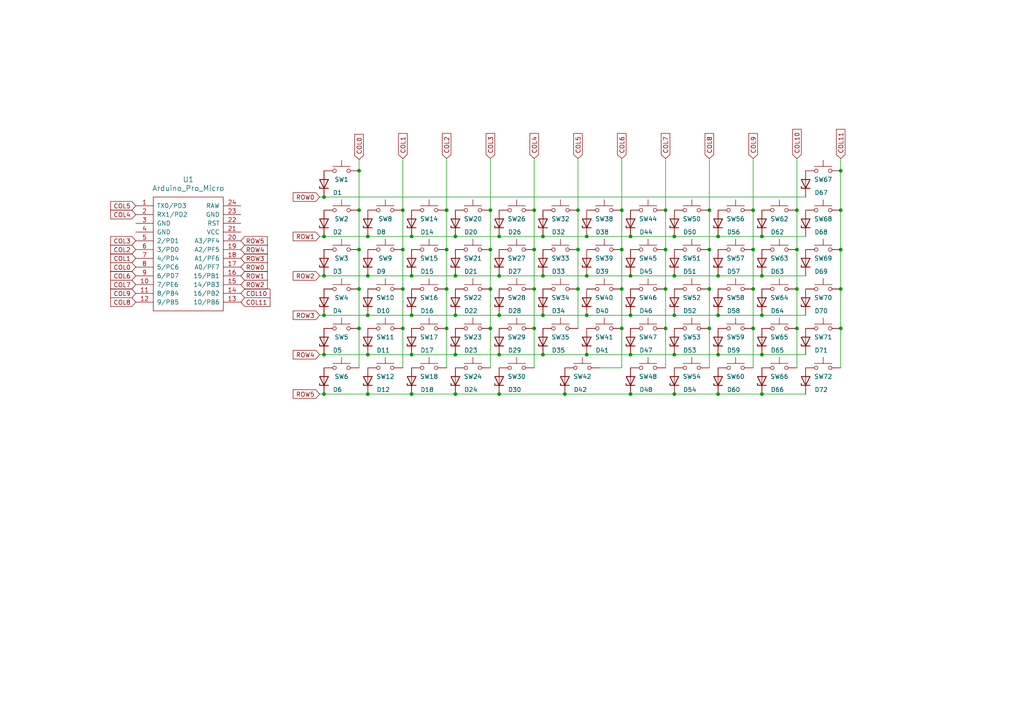
<source format=kicad_sch>
(kicad_sch (version 20231120) (generator "eeschema") (generator_version "8.0")
  (paper "A4")
  (lib_symbols
    (symbol "Diode:1N47xxA" (pin_numbers hide) (pin_names (offset 1.016) hide)
      (property "Reference" "D" (at 0 2.54 0))
      (property "Value" "1N47xxA" (at 0 -2.54 0))
      (symbol "1N47xxA_0_1"
        (polyline (pts (xy 1.27 0) (xy -1.27 0)))
        (polyline (pts (xy -1.27 -1.27) (xy -1.27 1.27) (xy -0.762 1.27)) (stroke (width 0.254)))
        (polyline (pts (xy 1.27 -1.27) (xy 1.27 1.27) (xy -1.27 0) (xy 1.27 -1.27)) (stroke (width 0.254)))
      )
      (symbol "1N47xxA_1_1"
        (pin passive line (at -3.81 0 0) (length 2.54) (name "K") (number "1"))
        (pin passive line (at 3.81 0 180) (length 2.54) (name "A") (number "2"))
      )
    )
    (symbol "ScottoKeebs:MCU_Arduino_Pro_Micro" (pin_names (offset 1.016))
      (property "Reference" "U" (at 0 0 0))
      (property "Value" "Arduino_Pro_Micro" (at 0 -19.05 0))
      (symbol "MCU_Arduino_Pro_Micro_0_1"
        (rectangle (start -10.16 16.51) (end 10.16 -16.51))
      )
      (symbol "MCU_Arduino_Pro_Micro_1_1"
        (pin input line (at -15.24 13.97 0) (length 5.08) (name "TX0/PD3") (number "1"))
        (pin input line (at -15.24 -8.89 0) (length 5.08) (name "7/PE6") (number "10"))
        (pin input line (at -15.24 -11.43 0) (length 5.08) (name "8/PB4") (number "11"))
        (pin input line (at -15.24 -13.97 0) (length 5.08) (name "9/PB5") (number "12"))
        (pin input line (at 15.24 -13.97 180) (length 5.08) (name "10/PB6") (number "13"))
        (pin input line (at 15.24 -11.43 180) (length 5.08) (name "16/PB2") (number "14"))
        (pin input line (at 15.24 -8.89 180) (length 5.08) (name "14/PB3") (number "15"))
        (pin input line (at 15.24 -6.35 180) (length 5.08) (name "15/PB1") (number "16"))
        (pin input line (at 15.24 -3.81 180) (length 5.08) (name "A0/PF7") (number "17"))
        (pin input line (at 15.24 -1.27 180) (length 5.08) (name "A1/PF6") (number "18"))
        (pin input line (at 15.24 1.27 180) (length 5.08) (name "A2/PF5") (number "19"))
        (pin input line (at -15.24 11.43 0) (length 5.08) (name "RX1/PD2") (number "2"))
        (pin input line (at 15.24 3.81 180) (length 5.08) (name "A3/PF4") (number "20"))
        (pin input line (at 15.24 6.35 180) (length 5.08) (name "VCC") (number "21"))
        (pin input line (at 15.24 8.89 180) (length 5.08) (name "RST") (number "22"))
        (pin input line (at 15.24 11.43 180) (length 5.08) (name "GND") (number "23"))
        (pin input line (at 15.24 13.97 180) (length 5.08) (name "RAW") (number "24"))
        (pin input line (at -15.24 8.89 0) (length 5.08) (name "GND") (number "3"))
        (pin input line (at -15.24 6.35 0) (length 5.08) (name "GND") (number "4"))
        (pin input line (at -15.24 3.81 0) (length 5.08) (name "2/PD1") (number "5"))
        (pin input line (at -15.24 1.27 0) (length 5.08) (name "3/PD0") (number "6"))
        (pin input line (at -15.24 -1.27 0) (length 5.08) (name "4/PD4") (number "7"))
        (pin input line (at -15.24 -3.81 0) (length 5.08) (name "5/PC6") (number "8"))
        (pin input line (at -15.24 -6.35 0) (length 5.08) (name "6/PD7") (number "9"))
      )
    )
    (symbol "Switch:SW_Push" (pin_numbers hide) (pin_names (offset 1.016) hide)
      (property "Reference" "SW" (at 1.27 2.54 0))
      (property "Value" "SW_Push" (at 0 -1.524 0))
      (symbol "SW_Push_0_1"
        (circle (center -2.032 0) (radius 0.508))
        (polyline (pts (xy 0 1.27) (xy 0 3.048)))
        (polyline (pts (xy 2.54 1.27) (xy -2.54 1.27)))
        (circle (center 2.032 0) (radius 0.508))
        (pin passive line (at -5.08 0 0) (length 2.54) (name "1") (number "1"))
        (pin passive line (at 5.08 0 180) (length 2.54) (name "2") (number "2"))
      )
    )
  )
  (junction (at 243.84 95.25))
  (junction (at 93.98 114.3))
  (junction (at 154.94 60.96))
  (junction (at 142.24 72.39))
  (junction (at 180.34 83.82))
  (junction (at 104.14 49.53))
  (junction (at 231.14 72.39))
  (junction (at 129.54 60.96))
  (junction (at 106.68 114.3))
  (junction (at 119.38 68.58))
  (junction (at 205.74 83.82))
  (junction (at 119.38 114.3))
  (junction (at 218.44 60.96))
  (junction (at 170.18 68.58))
  (junction (at 116.84 72.39))
  (junction (at 193.04 83.82))
  (junction (at 132.08 102.87))
  (junction (at 132.08 68.58))
  (junction (at 182.88 114.3))
  (junction (at 205.74 95.25))
  (junction (at 154.94 72.39))
  (junction (at 231.14 60.96))
  (junction (at 157.48 91.44))
  (junction (at 180.34 95.25))
  (junction (at 182.88 80.01))
  (junction (at 104.14 95.25))
  (junction (at 205.74 72.39))
  (junction (at 231.14 95.25))
  (junction (at 167.64 60.96))
  (junction (at 231.14 83.82))
  (junction (at 144.78 114.3))
  (junction (at 116.84 83.82))
  (junction (at 132.08 80.01))
  (junction (at 106.68 68.58))
  (junction (at 167.64 83.82))
  (junction (at 208.28 80.01))
  (junction (at 129.54 83.82))
  (junction (at 144.78 102.87))
  (junction (at 119.38 80.01))
  (junction (at 163.83 114.3))
  (junction (at 243.84 49.53))
  (junction (at 208.28 114.3))
  (junction (at 208.28 91.44))
  (junction (at 182.88 68.58))
  (junction (at 180.34 60.96))
  (junction (at 193.04 60.96))
  (junction (at 154.94 83.82))
  (junction (at 243.84 83.82))
  (junction (at 220.98 91.44))
  (junction (at 157.48 102.87))
  (junction (at 93.98 57.15))
  (junction (at 167.64 72.39))
  (junction (at 129.54 95.25))
  (junction (at 144.78 68.58))
  (junction (at 193.04 72.39))
  (junction (at 116.84 95.25))
  (junction (at 119.38 91.44))
  (junction (at 195.58 80.01))
  (junction (at 170.18 102.87))
  (junction (at 144.78 80.01))
  (junction (at 154.94 95.25))
  (junction (at 193.04 95.25))
  (junction (at 182.88 102.87))
  (junction (at 93.98 102.87))
  (junction (at 106.68 102.87))
  (junction (at 170.18 91.44))
  (junction (at 93.98 80.01))
  (junction (at 104.14 83.82))
  (junction (at 195.58 68.58))
  (junction (at 116.84 60.96))
  (junction (at 195.58 102.87))
  (junction (at 220.98 114.3))
  (junction (at 157.48 80.01))
  (junction (at 170.18 80.01))
  (junction (at 208.28 102.87))
  (junction (at 220.98 68.58))
  (junction (at 180.34 72.39))
  (junction (at 119.38 102.87))
  (junction (at 142.24 60.96))
  (junction (at 182.88 91.44))
  (junction (at 220.98 102.87))
  (junction (at 195.58 114.3))
  (junction (at 218.44 95.25))
  (junction (at 132.08 91.44))
  (junction (at 205.74 60.96))
  (junction (at 218.44 83.82))
  (junction (at 106.68 91.44))
  (junction (at 243.84 60.96))
  (junction (at 144.78 91.44))
  (junction (at 208.28 68.58))
  (junction (at 218.44 72.39))
  (junction (at 93.98 68.58))
  (junction (at 93.98 91.44))
  (junction (at 132.08 114.3))
  (junction (at 243.84 72.39))
  (junction (at 195.58 91.44))
  (junction (at 104.14 72.39))
  (junction (at 142.24 95.25))
  (junction (at 104.14 60.96))
  (junction (at 142.24 83.82))
  (junction (at 220.98 80.01))
  (junction (at 106.68 80.01))
  (junction (at 129.54 72.39))
  (junction (at 157.48 68.58))
  (wire (pts (xy 182.88 68.58) (xy 195.58 68.58)))
  (wire (pts (xy 205.74 83.82) (xy 205.74 95.25)))
  (wire (pts (xy 195.58 114.3) (xy 208.28 114.3)))
  (wire (pts (xy 243.84 72.39) (xy 243.84 83.82)))
  (wire (pts (xy 193.04 45.974) (xy 193.04 60.96)))
  (wire (pts (xy 154.94 45.974) (xy 154.94 60.96)))
  (wire (pts (xy 157.48 102.87) (xy 170.18 102.87)))
  (wire (pts (xy 243.84 49.53) (xy 243.84 60.96)))
  (wire (pts (xy 231.14 83.82) (xy 231.14 95.25)))
  (wire (pts (xy 106.68 102.87) (xy 119.38 102.87)))
  (wire (pts (xy 116.84 45.974) (xy 116.84 60.96)))
  (wire (pts (xy 220.98 68.58) (xy 233.68 68.58)))
  (wire (pts (xy 132.08 80.01) (xy 144.78 80.01)))
  (wire (pts (xy 93.98 114.3) (xy 106.68 114.3)))
  (wire (pts (xy 208.28 68.58) (xy 220.98 68.58)))
  (wire (pts (xy 180.34 45.974) (xy 180.34 60.96)))
  (wire (pts (xy 231.14 60.96) (xy 231.14 72.39)))
  (wire (pts (xy 116.84 60.96) (xy 116.84 72.39)))
  (wire (pts (xy 119.38 102.87) (xy 132.08 102.87)))
  (wire (pts (xy 195.58 80.01) (xy 208.28 80.01)))
  (wire (pts (xy 195.58 102.87) (xy 208.28 102.87)))
  (wire (pts (xy 92.71 102.87) (xy 93.98 102.87)))
  (wire (pts (xy 180.34 106.68) (xy 180.34 95.25)))
  (wire (pts (xy 129.54 45.974) (xy 129.54 60.96)))
  (wire (pts (xy 205.74 45.974) (xy 205.74 60.96)))
  (wire (pts (xy 208.28 91.44) (xy 220.98 91.44)))
  (wire (pts (xy 231.14 72.39) (xy 231.14 83.82)))
  (wire (pts (xy 104.14 72.39) (xy 104.14 83.82)))
  (wire (pts (xy 180.34 60.96) (xy 180.34 72.39)))
  (wire (pts (xy 129.54 72.39) (xy 129.54 83.82)))
  (wire (pts (xy 170.18 102.87) (xy 182.88 102.87)))
  (wire (pts (xy 119.38 80.01) (xy 132.08 80.01)))
  (wire (pts (xy 208.28 114.3) (xy 220.98 114.3)))
  (wire (pts (xy 144.78 80.01) (xy 157.48 80.01)))
  (wire (pts (xy 93.98 102.87) (xy 106.68 102.87)))
  (wire (pts (xy 170.18 68.58) (xy 182.88 68.58)))
  (wire (pts (xy 119.38 68.58) (xy 132.08 68.58)))
  (wire (pts (xy 157.48 80.01) (xy 170.18 80.01)))
  (wire (pts (xy 231.14 95.25) (xy 231.14 106.68)))
  (wire (pts (xy 231.14 45.974) (xy 231.14 60.96)))
  (wire (pts (xy 180.34 72.39) (xy 180.34 83.82)))
  (wire (pts (xy 167.64 45.974) (xy 167.64 60.96)))
  (wire (pts (xy 154.94 72.39) (xy 154.94 83.82)))
  (wire (pts (xy 132.08 68.58) (xy 144.78 68.58)))
  (wire (pts (xy 243.84 83.82) (xy 243.84 95.25)))
  (wire (pts (xy 93.98 57.15) (xy 233.68 57.15)))
  (wire (pts (xy 104.14 60.96) (xy 104.14 72.39)))
  (wire (pts (xy 157.48 91.44) (xy 170.18 91.44)))
  (wire (pts (xy 170.18 91.44) (xy 182.88 91.44)))
  (wire (pts (xy 92.71 68.58) (xy 93.98 68.58)))
  (wire (pts (xy 142.24 72.39) (xy 142.24 83.82)))
  (wire (pts (xy 154.94 60.96) (xy 154.94 72.39)))
  (wire (pts (xy 119.38 91.44) (xy 132.08 91.44)))
  (wire (pts (xy 93.98 80.01) (xy 106.68 80.01)))
  (wire (pts (xy 173.99 106.68) (xy 180.34 106.68)))
  (wire (pts (xy 193.04 95.25) (xy 193.04 106.68)))
  (wire (pts (xy 195.58 91.44) (xy 208.28 91.44)))
  (wire (pts (xy 243.84 95.25) (xy 243.84 106.68)))
  (wire (pts (xy 93.98 91.44) (xy 106.68 91.44)))
  (wire (pts (xy 205.74 95.25) (xy 205.74 106.68)))
  (wire (pts (xy 154.94 95.25) (xy 154.94 106.68)))
  (wire (pts (xy 218.44 45.974) (xy 218.44 60.96)))
  (wire (pts (xy 144.78 68.58) (xy 157.48 68.58)))
  (wire (pts (xy 142.24 45.974) (xy 142.24 60.96)))
  (wire (pts (xy 205.74 72.39) (xy 205.74 83.82)))
  (wire (pts (xy 92.71 91.44) (xy 93.98 91.44)))
  (wire (pts (xy 218.44 72.39) (xy 218.44 83.82)))
  (wire (pts (xy 104.14 46.228) (xy 104.14 49.53)))
  (wire (pts (xy 218.44 60.96) (xy 218.44 72.39)))
  (wire (pts (xy 129.54 60.96) (xy 129.54 72.39)))
  (wire (pts (xy 104.14 95.25) (xy 104.14 106.68)))
  (wire (pts (xy 220.98 102.87) (xy 233.68 102.87)))
  (wire (pts (xy 182.88 80.01) (xy 195.58 80.01)))
  (wire (pts (xy 142.24 60.96) (xy 142.24 72.39)))
  (wire (pts (xy 167.64 83.82) (xy 167.64 95.25)))
  (wire (pts (xy 106.68 91.44) (xy 119.38 91.44)))
  (wire (pts (xy 144.78 114.3) (xy 163.83 114.3)))
  (wire (pts (xy 144.78 102.87) (xy 157.48 102.87)))
  (wire (pts (xy 163.83 114.3) (xy 182.88 114.3)))
  (wire (pts (xy 132.08 102.87) (xy 144.78 102.87)))
  (wire (pts (xy 154.94 83.82) (xy 154.94 95.25)))
  (wire (pts (xy 116.84 72.39) (xy 116.84 83.82)))
  (wire (pts (xy 167.64 60.96) (xy 167.64 72.39)))
  (wire (pts (xy 220.98 114.3) (xy 233.68 114.3)))
  (wire (pts (xy 104.14 49.53) (xy 104.14 60.96)))
  (wire (pts (xy 104.14 83.82) (xy 104.14 95.25)))
  (wire (pts (xy 142.24 83.82) (xy 142.24 95.25)))
  (wire (pts (xy 106.68 68.58) (xy 119.38 68.58)))
  (wire (pts (xy 92.71 80.01) (xy 93.98 80.01)))
  (wire (pts (xy 92.71 114.3) (xy 93.98 114.3)))
  (wire (pts (xy 106.68 114.3) (xy 119.38 114.3)))
  (wire (pts (xy 208.28 102.87) (xy 220.98 102.87)))
  (wire (pts (xy 218.44 95.25) (xy 218.44 106.68)))
  (wire (pts (xy 243.84 60.96) (xy 243.84 72.39)))
  (wire (pts (xy 129.54 83.82) (xy 129.54 95.25)))
  (wire (pts (xy 220.98 80.01) (xy 233.68 80.01)))
  (wire (pts (xy 93.98 68.58) (xy 106.68 68.58)))
  (wire (pts (xy 132.08 91.44) (xy 144.78 91.44)))
  (wire (pts (xy 180.34 83.82) (xy 180.34 95.25)))
  (wire (pts (xy 167.64 72.39) (xy 167.64 83.82)))
  (wire (pts (xy 193.04 72.39) (xy 193.04 83.82)))
  (wire (pts (xy 220.98 91.44) (xy 233.68 91.44)))
  (wire (pts (xy 119.38 114.3) (xy 132.08 114.3)))
  (wire (pts (xy 218.44 83.82) (xy 218.44 95.25)))
  (wire (pts (xy 92.71 57.15) (xy 93.98 57.15)))
  (wire (pts (xy 182.88 114.3) (xy 195.58 114.3)))
  (wire (pts (xy 182.88 102.87) (xy 195.58 102.87)))
  (wire (pts (xy 193.04 60.96) (xy 193.04 72.39)))
  (wire (pts (xy 144.78 91.44) (xy 157.48 91.44)))
  (wire (pts (xy 132.08 114.3) (xy 144.78 114.3)))
  (wire (pts (xy 157.48 68.58) (xy 170.18 68.58)))
  (wire (pts (xy 170.18 80.01) (xy 182.88 80.01)))
  (wire (pts (xy 193.04 83.82) (xy 193.04 95.25)))
  (wire (pts (xy 195.58 68.58) (xy 208.28 68.58)))
  (wire (pts (xy 116.84 95.25) (xy 116.84 106.68)))
  (wire (pts (xy 106.68 80.01) (xy 119.38 80.01)))
  (wire (pts (xy 129.54 95.25) (xy 129.54 106.68)))
  (wire (pts (xy 182.88 91.44) (xy 195.58 91.44)))
  (wire (pts (xy 243.84 45.974) (xy 243.84 49.53)))
  (wire (pts (xy 116.84 83.82) (xy 116.84 95.25)))
  (wire (pts (xy 205.74 60.96) (xy 205.74 72.39)))
  (wire (pts (xy 208.28 80.01) (xy 220.98 80.01)))
  (wire (pts (xy 142.24 95.25) (xy 142.24 106.68)))
  (global_label "ROW3" (shape input) (at 92.71 91.44 180) (property "Intersheetrefs" "${INTERSHEET_REFS}" (effects (hide yes))))
  (global_label "COL0" (shape input) (at 39.37 77.47 180) (property "Intersheetrefs" "${INTERSHEET_REFS}" (effects (hide yes))))
  (global_label "COL8" (shape input) (at 205.74 45.974 90) (property "Intersheetrefs" "${INTERSHEET_REFS}" (effects (hide yes))))
  (global_label "COL6" (shape input) (at 39.37 80.01 180) (property "Intersheetrefs" "${INTERSHEET_REFS}" (effects (hide yes))))
  (global_label "ROW4" (shape input) (at 69.85 72.39 0) (property "Intersheetrefs" "${INTERSHEET_REFS}" (effects (hide yes))))
  (global_label "COL2" (shape input) (at 39.37 72.39 180) (property "Intersheetrefs" "${INTERSHEET_REFS}" (effects (hide yes))))
  (global_label "COL8" (shape input) (at 39.37 87.63 180) (property "Intersheetrefs" "${INTERSHEET_REFS}" (effects (hide yes))))
  (global_label "COL9" (shape input) (at 218.44 45.974 90) (property "Intersheetrefs" "${INTERSHEET_REFS}" (effects (hide yes))))
  (global_label "COL11" (shape input) (at 69.85 87.63 0) (property "Intersheetrefs" "${INTERSHEET_REFS}" (effects (hide yes))))
  (global_label "ROW1" (shape input) (at 69.85 80.01 0) (property "Intersheetrefs" "${INTERSHEET_REFS}" (effects (hide yes))))
  (global_label "COL0" (shape input) (at 104.14 46.228 90) (property "Intersheetrefs" "${INTERSHEET_REFS}" (effects (hide yes))))
  (global_label "COL9" (shape input) (at 39.37 85.09 180) (property "Intersheetrefs" "${INTERSHEET_REFS}" (effects (hide yes))))
  (global_label "COL1" (shape input) (at 39.37 74.93 180) (property "Intersheetrefs" "${INTERSHEET_REFS}" (effects (hide yes))))
  (global_label "ROW4" (shape input) (at 92.71 102.87 180) (property "Intersheetrefs" "${INTERSHEET_REFS}" (effects (hide yes))))
  (global_label "ROW1" (shape input) (at 92.71 68.58 180) (property "Intersheetrefs" "${INTERSHEET_REFS}" (effects (hide yes))))
  (global_label "COL4" (shape input) (at 39.37 62.23 180) (property "Intersheetrefs" "${INTERSHEET_REFS}" (effects (hide yes))))
  (global_label "COL4" (shape input) (at 154.94 45.974 90) (property "Intersheetrefs" "${INTERSHEET_REFS}" (effects (hide yes))))
  (global_label "COL6" (shape input) (at 180.34 45.974 90) (property "Intersheetrefs" "${INTERSHEET_REFS}" (effects (hide yes))))
  (global_label "COL10" (shape input) (at 69.85 85.09 0) (property "Intersheetrefs" "${INTERSHEET_REFS}" (effects (hide yes))))
  (global_label "ROW5" (shape input) (at 69.85 69.85 0) (property "Intersheetrefs" "${INTERSHEET_REFS}" (effects (hide yes))))
  (global_label "ROW0" (shape input) (at 92.71 57.15 180) (property "Intersheetrefs" "${INTERSHEET_REFS}" (effects (hide yes))))
  (global_label "ROW2" (shape input) (at 92.71 80.01 180) (property "Intersheetrefs" "${INTERSHEET_REFS}" (effects (hide yes))))
  (global_label "ROW2" (shape input) (at 69.85 82.55 0) (property "Intersheetrefs" "${INTERSHEET_REFS}" (effects (hide yes))))
  (global_label "ROW0" (shape input) (at 69.85 77.47 0) (property "Intersheetrefs" "${INTERSHEET_REFS}" (effects (hide yes))))
  (global_label "COL3" (shape input) (at 39.37 69.85 180) (property "Intersheetrefs" "${INTERSHEET_REFS}" (effects (hide yes))))
  (global_label "COL1" (shape input) (at 116.84 45.974 90) (property "Intersheetrefs" "${INTERSHEET_REFS}" (effects (hide yes))))
  (global_label "COL11" (shape input) (at 243.84 45.974 90) (property "Intersheetrefs" "${INTERSHEET_REFS}" (effects (hide yes))))
  (global_label "COL5" (shape input) (at 39.37 59.69 180) (property "Intersheetrefs" "${INTERSHEET_REFS}" (effects (hide yes))))
  (global_label "COL7" (shape input) (at 193.04 45.974 90) (property "Intersheetrefs" "${INTERSHEET_REFS}" (effects (hide yes))))
  (global_label "COL5" (shape input) (at 167.64 45.974 90) (property "Intersheetrefs" "${INTERSHEET_REFS}" (effects (hide yes))))
  (global_label "ROW5" (shape input) (at 92.71 114.3 180) (property "Intersheetrefs" "${INTERSHEET_REFS}" (effects (hide yes))))
  (global_label "COL3" (shape input) (at 142.24 45.974 90) (property "Intersheetrefs" "${INTERSHEET_REFS}" (effects (hide yes))))
  (global_label "COL2" (shape input) (at 129.54 45.974 90) (property "Intersheetrefs" "${INTERSHEET_REFS}" (effects (hide yes))))
  (global_label "ROW3" (shape input) (at 69.85 74.93 0) (property "Intersheetrefs" "${INTERSHEET_REFS}" (effects (hide yes))))
  (global_label "COL10" (shape input) (at 231.14 45.974 90) (property "Intersheetrefs" "${INTERSHEET_REFS}" (effects (hide yes))))
  (global_label "COL7" (shape input) (at 39.37 82.55 180) (property "Intersheetrefs" "${INTERSHEET_REFS}" (effects (hide yes))))
  (symbol (lib_id "Diode:1N47xxA") (at 208.28 76.2 90) (unit 1)
    (property "Reference" "D57" (at 210.82 78.74 90) (effects (justify right)))
    (property "Value" "1N47xxA" (effects (hide yes)))
    (property "Footprint" "ScottoKeebs_Components:Diode_SOD-123" (effects (hide yes)))
    (property "Datasheet" "https://www.vishay.com/docs/85816/1n4728a.pdf" (effects (hide yes)))
  )
  (symbol (lib_id "Diode:1N47xxA") (at 208.28 110.49 90) (unit 1)
    (property "Reference" "D60" (at 210.82 113.03 90) (effects (justify right)))
    (property "Value" "1N47xxA" (effects (hide yes)))
    (property "Footprint" "ScottoKeebs_Components:Diode_SOD-123" (effects (hide yes)))
    (property "Datasheet" "https://www.vishay.com/docs/85816/1n4728a.pdf" (effects (hide yes)))
  )
  (symbol (lib_id "Diode:1N47xxA") (at 119.38 110.49 90) (unit 1)
    (property "Reference" "D18" (at 121.92 113.03 90) (effects (justify right)))
    (property "Value" "1N47xxA" (effects (hide yes)))
    (property "Footprint" "ScottoKeebs_Components:Diode_SOD-123" (effects (hide yes)))
    (property "Datasheet" "https://www.vishay.com/docs/85816/1n4728a.pdf" (effects (hide yes)))
  )
  (symbol (lib_id "Switch:SW_Push") (at 187.96 95.25 0) (unit 1)
    (property "Reference" "SW47" (at 187.96 97.79 0))
    (property "Value" "Push" (effects (hide yes)))
    (property "Footprint" "Gateron_KS33_Solderable:Gateron-KS33-Solderable-1U-Tight" (effects (hide yes)))
  )
  (symbol (lib_id "Switch:SW_Push") (at 149.86 83.82 0) (unit 1)
    (property "Reference" "SW28" (at 149.86 86.36 0))
    (property "Value" "Push" (effects (hide yes)))
    (property "Footprint" "Gateron_KS33_Solderable:Gateron-KS33-Solderable-1U-Tight" (effects (hide yes)))
  )
  (symbol (lib_id "Diode:1N47xxA") (at 132.08 87.63 90) (unit 1)
    (property "Reference" "D22" (at 134.62 90.17 90) (effects (justify right)))
    (property "Value" "1N47xxA" (effects (hide yes)))
    (property "Footprint" "ScottoKeebs_Components:Diode_SOD-123" (effects (hide yes)))
    (property "Datasheet" "https://www.vishay.com/docs/85816/1n4728a.pdf" (effects (hide yes)))
  )
  (symbol (lib_id "Switch:SW_Push") (at 111.76 72.39 0) (unit 1)
    (property "Reference" "SW9" (at 111.76 74.93 0))
    (property "Value" "Push" (effects (hide yes)))
    (property "Footprint" "Gateron_KS33_Solderable:Gateron-KS33-Solderable-1U-Tight" (effects (hide yes)))
  )
  (symbol (lib_id "Diode:1N47xxA") (at 106.68 99.06 90) (unit 1)
    (property "Reference" "D11" (at 109.22 101.6 90) (effects (justify right)))
    (property "Value" "1N47xxA" (effects (hide yes)))
    (property "Footprint" "ScottoKeebs_Components:Diode_SOD-123" (effects (hide yes)))
    (property "Datasheet" "https://www.vishay.com/docs/85816/1n4728a.pdf" (effects (hide yes)))
  )
  (symbol (lib_id "Switch:SW_Push") (at 238.76 106.68 0) (unit 1)
    (property "Reference" "SW72" (at 238.76 109.22 0))
    (property "Value" "Push" (effects (hide yes)))
    (property "Footprint" "Gateron_KS33_Solderable:Gateron-KS33-Solderable-1U-Tight" (effects (hide yes)))
  )
  (symbol (lib_id "Diode:1N47xxA") (at 144.78 76.2 90) (unit 1)
    (property "Reference" "D27" (at 147.32 78.74 90) (effects (justify right)))
    (property "Value" "1N47xxA" (effects (hide yes)))
    (property "Footprint" "ScottoKeebs_Components:Diode_SOD-123" (effects (hide yes)))
    (property "Datasheet" "https://www.vishay.com/docs/85816/1n4728a.pdf" (effects (hide yes)))
  )
  (symbol (lib_id "Switch:SW_Push") (at 111.76 95.25 0) (unit 1)
    (property "Reference" "SW11" (at 111.76 97.79 0))
    (property "Value" "Push" (effects (hide yes)))
    (property "Footprint" "Gateron_KS33_Solderable:Gateron-KS33-Solderable-1U-Tight" (effects (hide yes)))
  )
  (symbol (lib_id "Switch:SW_Push") (at 213.36 60.96 0) (unit 1)
    (property "Reference" "SW56" (at 213.36 63.5 0))
    (property "Value" "Push" (effects (hide yes)))
    (property "Footprint" "Gateron_KS33_Solderable:Gateron-KS33-Solderable-1U-Tight" (effects (hide yes)))
  )
  (symbol (lib_id "Switch:SW_Push") (at 99.06 95.25 0) (unit 1)
    (property "Reference" "SW5" (at 99.06 97.79 0))
    (property "Value" "Push" (effects (hide yes)))
    (property "Footprint" "Gateron_KS33_Solderable:Gateron-KS33-Solderable-1U-Tight" (effects (hide yes)))
  )
  (symbol (lib_id "Diode:1N47xxA") (at 233.68 110.49 90) (unit 1)
    (property "Reference" "D72" (at 236.22 113.03 90) (effects (justify right)))
    (property "Value" "1N47xxA" (effects (hide yes)))
    (property "Footprint" "ScottoKeebs_Components:Diode_SOD-123" (effects (hide yes)))
    (property "Datasheet" "https://www.vishay.com/docs/85816/1n4728a.pdf" (effects (hide yes)))
  )
  (symbol (lib_id "Switch:SW_Push") (at 187.96 60.96 0) (unit 1)
    (property "Reference" "SW44" (at 187.96 63.5 0))
    (property "Value" "Push" (effects (hide yes)))
    (property "Footprint" "Gateron_KS33_Solderable:Gateron-KS33-Solderable-1U-Tight" (effects (hide yes)))
  )
  (symbol (lib_id "Switch:SW_Push") (at 99.06 60.96 0) (unit 1)
    (property "Reference" "SW2" (at 99.06 63.5 0))
    (property "Value" "Push" (effects (hide yes)))
    (property "Footprint" "Gateron_KS33_Solderable:Gateron-KS33-Solderable-1U-Tight" (effects (hide yes)))
  )
  (symbol (lib_id "Diode:1N47xxA") (at 195.58 99.06 90) (unit 1)
    (property "Reference" "D53" (at 198.12 101.6 90) (effects (justify right)))
    (property "Value" "1N47xxA" (effects (hide yes)))
    (property "Footprint" "ScottoKeebs_Components:Diode_SOD-123" (effects (hide yes)))
    (property "Datasheet" "https://www.vishay.com/docs/85816/1n4728a.pdf" (effects (hide yes)))
  )
  (symbol (lib_id "Diode:1N47xxA") (at 170.18 64.77 90) (unit 1)
    (property "Reference" "D38" (at 172.72 67.31 90) (effects (justify right)))
    (property "Value" "1N47xxA" (effects (hide yes)))
    (property "Footprint" "ScottoKeebs_Components:Diode_SOD-123" (effects (hide yes)))
    (property "Datasheet" "https://www.vishay.com/docs/85816/1n4728a.pdf" (effects (hide yes)))
  )
  (symbol (lib_id "Switch:SW_Push") (at 226.06 72.39 0) (unit 1)
    (property "Reference" "SW63" (at 226.06 74.93 0))
    (property "Value" "Push" (effects (hide yes)))
    (property "Footprint" "Gateron_KS33_Solderable:Gateron-KS33-Solderable-1U-Tight" (effects (hide yes)))
  )
  (symbol (lib_id "Switch:SW_Push") (at 226.06 95.25 0) (unit 1)
    (property "Reference" "SW65" (at 226.06 97.79 0))
    (property "Value" "Push" (effects (hide yes)))
    (property "Footprint" "Gateron_KS33_Solderable:Gateron-KS33-Solderable-1U-Tight" (effects (hide yes)))
  )
  (symbol (lib_id "Switch:SW_Push") (at 111.76 83.82 0) (unit 1)
    (property "Reference" "SW10" (at 111.76 86.36 0))
    (property "Value" "Push" (effects (hide yes)))
    (property "Footprint" "Gateron_KS33_Solderable:Gateron-KS33-Solderable-1U-Tight" (effects (hide yes)))
  )
  (symbol (lib_id "Diode:1N47xxA") (at 233.68 64.77 90) (unit 1)
    (property "Reference" "D68" (at 236.22 67.31 90) (effects (justify right)))
    (property "Value" "1N47xxA" (effects (hide yes)))
    (property "Footprint" "ScottoKeebs_Components:Diode_SOD-123" (effects (hide yes)))
    (property "Datasheet" "https://www.vishay.com/docs/85816/1n4728a.pdf" (effects (hide yes)))
  )
  (symbol (lib_id "Switch:SW_Push") (at 137.16 60.96 0) (unit 1)
    (property "Reference" "SW20" (at 137.16 63.5 0))
    (property "Value" "Push" (effects (hide yes)))
    (property "Footprint" "Gateron_KS33_Solderable:Gateron-KS33-Solderable-1U-Tight" (effects (hide yes)))
  )
  (symbol (lib_id "Switch:SW_Push") (at 226.06 60.96 0) (unit 1)
    (property "Reference" "SW62" (at 226.06 63.5 0))
    (property "Value" "Push" (effects (hide yes)))
    (property "Footprint" "Gateron_KS33_Solderable:Gateron-KS33-Solderable-1U-Tight" (effects (hide yes)))
  )
  (symbol (lib_id "Diode:1N47xxA") (at 233.68 87.63 90) (unit 1)
    (property "Reference" "D70" (at 236.22 90.17 90) (effects (justify right)))
    (property "Value" "1N47xxA" (effects (hide yes)))
    (property "Footprint" "ScottoKeebs_Components:Diode_SOD-123" (effects (hide yes)))
    (property "Datasheet" "https://www.vishay.com/docs/85816/1n4728a.pdf" (effects (hide yes)))
  )
  (symbol (lib_id "Switch:SW_Push") (at 99.06 106.68 0) (unit 1)
    (property "Reference" "SW6" (at 99.06 109.22 0))
    (property "Value" "Push" (effects (hide yes)))
    (property "Footprint" "Gateron_KS33_Solderable:Gateron-KS33-Solderable-1U-Tight" (effects (hide yes)))
  )
  (symbol (lib_id "Switch:SW_Push") (at 226.06 83.82 0) (unit 1)
    (property "Reference" "SW64" (at 226.06 86.36 0))
    (property "Value" "Push" (effects (hide yes)))
    (property "Footprint" "Gateron_KS33_Solderable:Gateron-KS33-Solderable-1U-Tight" (effects (hide yes)))
  )
  (symbol (lib_id "Switch:SW_Push") (at 175.26 95.25 0) (unit 1)
    (property "Reference" "SW41" (at 175.26 97.79 0))
    (property "Value" "Push" (effects (hide yes)))
    (property "Footprint" "Gateron_KS33_Solderable:Gateron-KS33-Solderable-1U-Tight" (effects (hide yes)))
  )
  (symbol (lib_id "Switch:SW_Push") (at 238.76 49.53 0) (unit 1)
    (property "Reference" "SW67" (at 238.76 52.07 0))
    (property "Value" "Push" (effects (hide yes)))
    (property "Footprint" "Gateron_KS33_Solderable:Gateron-KS33-Solderable-1U-Tight" (effects (hide yes)))
  )
  (symbol (lib_id "Diode:1N47xxA") (at 132.08 64.77 90) (unit 1)
    (property "Reference" "D20" (at 134.62 67.31 90) (effects (justify right)))
    (property "Value" "1N47xxA" (effects (hide yes)))
    (property "Footprint" "ScottoKeebs_Components:Diode_SOD-123" (effects (hide yes)))
    (property "Datasheet" "https://www.vishay.com/docs/85816/1n4728a.pdf" (effects (hide yes)))
  )
  (symbol (lib_id "Diode:1N47xxA") (at 106.68 110.49 90) (unit 1)
    (property "Reference" "D12" (at 109.22 113.03 90) (effects (justify right)))
    (property "Value" "1N47xxA" (effects (hide yes)))
    (property "Footprint" "ScottoKeebs_Components:Diode_SOD-123" (effects (hide yes)))
    (property "Datasheet" "https://www.vishay.com/docs/85816/1n4728a.pdf" (effects (hide yes)))
  )
  (symbol (lib_id "Diode:1N47xxA") (at 220.98 76.2 90) (unit 1)
    (property "Reference" "D63" (at 223.52 78.74 90) (effects (justify right)))
    (property "Value" "1N47xxA" (effects (hide yes)))
    (property "Footprint" "ScottoKeebs_Components:Diode_SOD-123" (effects (hide yes)))
    (property "Datasheet" "https://www.vishay.com/docs/85816/1n4728a.pdf" (effects (hide yes)))
  )
  (symbol (lib_id "Diode:1N47xxA") (at 182.88 87.63 90) (unit 1)
    (property "Reference" "D46" (at 185.42 90.17 90) (effects (justify right)))
    (property "Value" "1N47xxA" (effects (hide yes)))
    (property "Footprint" "ScottoKeebs_Components:Diode_SOD-123" (effects (hide yes)))
    (property "Datasheet" "https://www.vishay.com/docs/85816/1n4728a.pdf" (effects (hide yes)))
  )
  (symbol (lib_id "Switch:SW_Push") (at 200.66 72.39 0) (unit 1)
    (property "Reference" "SW51" (at 200.66 74.93 0))
    (property "Value" "Push" (effects (hide yes)))
    (property "Footprint" "Gateron_KS33_Solderable:Gateron-KS33-Solderable-1U-Tight" (effects (hide yes)))
  )
  (symbol (lib_id "Diode:1N47xxA") (at 220.98 110.49 90) (unit 1)
    (property "Reference" "D66" (at 223.52 113.03 90) (effects (justify right)))
    (property "Value" "1N47xxA" (effects (hide yes)))
    (property "Footprint" "ScottoKeebs_Components:Diode_SOD-123" (effects (hide yes)))
    (property "Datasheet" "https://www.vishay.com/docs/85816/1n4728a.pdf" (effects (hide yes)))
  )
  (symbol (lib_id "Diode:1N47xxA") (at 106.68 76.2 90) (unit 1)
    (property "Reference" "D9" (at 109.22 78.74 90) (effects (justify right)))
    (property "Value" "1N47xxA" (effects (hide yes)))
    (property "Footprint" "ScottoKeebs_Components:Diode_SOD-123" (effects (hide yes)))
    (property "Datasheet" "https://www.vishay.com/docs/85816/1n4728a.pdf" (effects (hide yes)))
  )
  (symbol (lib_id "Switch:SW_Push") (at 213.36 72.39 0) (unit 1)
    (property "Reference" "SW57" (at 213.36 74.93 0))
    (property "Value" "Push" (effects (hide yes)))
    (property "Footprint" "Gateron_KS33_Solderable:Gateron-KS33-Solderable-1U-Tight" (effects (hide yes)))
  )
  (symbol (lib_id "Switch:SW_Push") (at 124.46 95.25 0) (unit 1)
    (property "Reference" "SW17" (at 124.46 97.79 0))
    (property "Value" "Push" (effects (hide yes)))
    (property "Footprint" "Gateron_KS33_Solderable:Gateron-KS33-Solderable-1U-Tight" (effects (hide yes)))
  )
  (symbol (lib_id "Diode:1N47xxA") (at 93.98 99.06 90) (unit 1)
    (property "Reference" "D5" (at 96.52 101.6 90) (effects (justify right)))
    (property "Value" "1N47xxA" (effects (hide yes)))
    (property "Footprint" "ScottoKeebs_Components:Diode_SOD-123" (effects (hide yes)))
    (property "Datasheet" "https://www.vishay.com/docs/85816/1n4728a.pdf" (effects (hide yes)))
  )
  (symbol (lib_id "Switch:SW_Push") (at 99.06 83.82 0) (unit 1)
    (property "Reference" "SW4" (at 99.06 86.36 0))
    (property "Value" "Push" (effects (hide yes)))
    (property "Footprint" "Gateron_KS33_Solderable:Gateron-KS33-Solderable-1U-Tight" (effects (hide yes)))
  )
  (symbol (lib_id "Switch:SW_Push") (at 137.16 83.82 0) (unit 1)
    (property "Reference" "SW22" (at 137.16 86.36 0))
    (property "Value" "Push" (effects (hide yes)))
    (property "Footprint" "Gateron_KS33_Solderable:Gateron-KS33-Solderable-1U-Tight" (effects (hide yes)))
  )
  (symbol (lib_id "Diode:1N47xxA") (at 195.58 76.2 90) (unit 1)
    (property "Reference" "D51" (at 198.12 78.74 90) (effects (justify right)))
    (property "Value" "1N47xxA" (effects (hide yes)))
    (property "Footprint" "ScottoKeebs_Components:Diode_SOD-123" (effects (hide yes)))
    (property "Datasheet" "https://www.vishay.com/docs/85816/1n4728a.pdf" (effects (hide yes)))
  )
  (symbol (lib_id "Switch:SW_Push") (at 124.46 72.39 0) (unit 1)
    (property "Reference" "SW15" (at 124.46 74.93 0))
    (property "Value" "Push" (effects (hide yes)))
    (property "Footprint" "Gateron_KS33_Solderable:Gateron-KS33-Solderable-1U-Tight" (effects (hide yes)))
  )
  (symbol (lib_id "Switch:SW_Push") (at 124.46 106.68 0) (unit 1)
    (property "Reference" "SW18" (at 124.46 109.22 0))
    (property "Value" "Push" (effects (hide yes)))
    (property "Footprint" "Gateron_KS33_Solderable:Gateron-KS33-Solderable-1U-Tight" (effects (hide yes)))
  )
  (symbol (lib_id "Diode:1N47xxA") (at 163.83 110.49 90) (unit 1)
    (property "Reference" "D42" (at 166.37 113.03 90) (effects (justify right)))
    (property "Value" "1N47xxA" (effects (hide yes)))
    (property "Footprint" "ScottoKeebs_Components:Diode_SOD-123" (effects (hide yes)))
    (property "Datasheet" "https://www.vishay.com/docs/85816/1n4728a.pdf" (effects (hide yes)))
  )
  (symbol (lib_id "Switch:SW_Push") (at 168.91 106.68 0) (unit 1)
    (property "Reference" "SW42" (at 168.91 109.22 0))
    (property "Value" "Push" (effects (hide yes)))
    (property "Footprint" "Gateron_KS33_Solderable:Gateron-KS33-Solderable-1U-Tight" (effects (hide yes)))
  )
  (symbol (lib_id "Switch:SW_Push") (at 111.76 106.68 0) (unit 1)
    (property "Reference" "SW12" (at 111.76 109.22 0))
    (property "Value" "Push" (effects (hide yes)))
    (property "Footprint" "Gateron_KS33_Solderable:Gateron-KS33-Solderable-1U-Tight" (effects (hide yes)))
  )
  (symbol (lib_id "Diode:1N47xxA") (at 119.38 64.77 90) (unit 1)
    (property "Reference" "D14" (at 121.92 67.31 90) (effects (justify right)))
    (property "Value" "1N47xxA" (effects (hide yes)))
    (property "Footprint" "ScottoKeebs_Components:Diode_SOD-123" (effects (hide yes)))
    (property "Datasheet" "https://www.vishay.com/docs/85816/1n4728a.pdf" (effects (hide yes)))
  )
  (symbol (lib_id "Diode:1N47xxA") (at 233.68 99.06 90) (unit 1)
    (property "Reference" "D71" (at 236.22 101.6 90) (effects (justify right)))
    (property "Value" "1N47xxA" (effects (hide yes)))
    (property "Footprint" "ScottoKeebs_Components:Diode_SOD-123" (effects (hide yes)))
    (property "Datasheet" "https://www.vishay.com/docs/85816/1n4728a.pdf" (effects (hide yes)))
  )
  (symbol (lib_id "Switch:SW_Push") (at 137.16 72.39 0) (unit 1)
    (property "Reference" "SW21" (at 137.16 74.93 0))
    (property "Value" "Push" (effects (hide yes)))
    (property "Footprint" "Gateron_KS33_Solderable:Gateron-KS33-Solderable-1U-Tight" (effects (hide yes)))
  )
  (symbol (lib_id "Switch:SW_Push") (at 200.66 83.82 0) (unit 1)
    (property "Reference" "SW52" (at 200.66 86.36 0))
    (property "Value" "Push" (effects (hide yes)))
    (property "Footprint" "Gateron_KS33_Solderable:Gateron-KS33-Solderable-1U-Tight" (effects (hide yes)))
  )
  (symbol (lib_id "Diode:1N47xxA") (at 220.98 64.77 90) (unit 1)
    (property "Reference" "D62" (at 223.52 67.31 90) (effects (justify right)))
    (property "Value" "1N47xxA" (effects (hide yes)))
    (property "Footprint" "ScottoKeebs_Components:Diode_SOD-123" (effects (hide yes)))
    (property "Datasheet" "https://www.vishay.com/docs/85816/1n4728a.pdf" (effects (hide yes)))
  )
  (symbol (lib_id "Switch:SW_Push") (at 175.26 60.96 0) (unit 1)
    (property "Reference" "SW38" (at 175.26 63.5 0))
    (property "Value" "Push" (effects (hide yes)))
    (property "Footprint" "Gateron_KS33_Solderable:Gateron-KS33-Solderable-1U-Tight" (effects (hide yes)))
  )
  (symbol (lib_id "Switch:SW_Push") (at 187.96 106.68 0) (unit 1)
    (property "Reference" "SW48" (at 187.96 109.22 0))
    (property "Value" "Push" (effects (hide yes)))
    (property "Footprint" "Gateron_KS33_Solderable:Gateron-KS33-Solderable-1U-Tight" (effects (hide yes)))
  )
  (symbol (lib_id "Switch:SW_Push") (at 238.76 95.25 0) (unit 1)
    (property "Reference" "SW71" (at 238.76 97.79 0))
    (property "Value" "Push" (effects (hide yes)))
    (property "Footprint" "Gateron_KS33_Solderable:Gateron-KS33-Solderable-1U-Tight" (effects (hide yes)))
  )
  (symbol (lib_id "Diode:1N47xxA") (at 233.68 53.34 90) (unit 1)
    (property "Reference" "D67" (at 236.22 55.88 90) (effects (justify right)))
    (property "Value" "1N47xxA" (effects (hide yes)))
    (property "Footprint" "ScottoKeebs_Components:Diode_SOD-123" (effects (hide yes)))
    (property "Datasheet" "https://www.vishay.com/docs/85816/1n4728a.pdf" (effects (hide yes)))
  )
  (symbol (lib_id "Diode:1N47xxA") (at 182.88 64.77 90) (unit 1)
    (property "Reference" "D44" (at 185.42 67.31 90) (effects (justify right)))
    (property "Value" "1N47xxA" (effects (hide yes)))
    (property "Footprint" "ScottoKeebs_Components:Diode_SOD-123" (effects (hide yes)))
    (property "Datasheet" "https://www.vishay.com/docs/85816/1n4728a.pdf" (effects (hide yes)))
  )
  (symbol (lib_id "Switch:SW_Push") (at 175.26 83.82 0) (unit 1)
    (property "Reference" "SW40" (at 175.26 86.36 0))
    (property "Value" "Push" (effects (hide yes)))
    (property "Footprint" "Gateron_KS33_Solderable:Gateron-KS33-Solderable-1U-Tight" (effects (hide yes)))
  )
  (symbol (lib_id "Diode:1N47xxA") (at 208.28 87.63 90) (unit 1)
    (property "Reference" "D58" (at 210.82 90.17 90) (effects (justify right)))
    (property "Value" "1N47xxA" (effects (hide yes)))
    (property "Footprint" "ScottoKeebs_Components:Diode_SOD-123" (effects (hide yes)))
    (property "Datasheet" "https://www.vishay.com/docs/85816/1n4728a.pdf" (effects (hide yes)))
  )
  (symbol (lib_id "Diode:1N47xxA") (at 144.78 110.49 90) (unit 1)
    (property "Reference" "D30" (at 147.32 113.03 90) (effects (justify right)))
    (property "Value" "1N47xxA" (effects (hide yes)))
    (property "Footprint" "ScottoKeebs_Components:Diode_SOD-123" (effects (hide yes)))
    (property "Datasheet" "https://www.vishay.com/docs/85816/1n4728a.pdf" (effects (hide yes)))
  )
  (symbol (lib_id "Diode:1N47xxA") (at 157.48 87.63 90) (unit 1)
    (property "Reference" "D34" (at 160.02 90.17 90) (effects (justify right)))
    (property "Value" "1N47xxA" (effects (hide yes)))
    (property "Footprint" "ScottoKeebs_Components:Diode_SOD-123" (effects (hide yes)))
    (property "Datasheet" "https://www.vishay.com/docs/85816/1n4728a.pdf" (effects (hide yes)))
  )
  (symbol (lib_id "Switch:SW_Push") (at 175.26 72.39 0) (unit 1)
    (property "Reference" "SW39" (at 175.26 74.93 0))
    (property "Value" "Push" (effects (hide yes)))
    (property "Footprint" "Gateron_KS33_Solderable:Gateron-KS33-Solderable-1U-Tight" (effects (hide yes)))
  )
  (symbol (lib_id "Switch:SW_Push") (at 200.66 106.68 0) (unit 1)
    (property "Reference" "SW54" (at 200.66 109.22 0))
    (property "Value" "Push" (effects (hide yes)))
    (property "Footprint" "Gateron_KS33_Solderable:Gateron-KS33-Solderable-1U-Tight" (effects (hide yes)))
  )
  (symbol (lib_id "Diode:1N47xxA") (at 208.28 64.77 90) (unit 1)
    (property "Reference" "D56" (at 210.82 67.31 90) (effects (justify right)))
    (property "Value" "1N47xxA" (effects (hide yes)))
    (property "Footprint" "ScottoKeebs_Components:Diode_SOD-123" (effects (hide yes)))
    (property "Datasheet" "https://www.vishay.com/docs/85816/1n4728a.pdf" (effects (hide yes)))
  )
  (symbol (lib_id "Diode:1N47xxA") (at 119.38 99.06 90) (unit 1)
    (property "Reference" "D17" (at 121.92 101.6 90) (effects (justify right)))
    (property "Value" "1N47xxA" (effects (hide yes)))
    (property "Footprint" "ScottoKeebs_Components:Diode_SOD-123" (effects (hide yes)))
    (property "Datasheet" "https://www.vishay.com/docs/85816/1n4728a.pdf" (effects (hide yes)))
  )
  (symbol (lib_id "Switch:SW_Push") (at 200.66 60.96 0) (unit 1)
    (property "Reference" "SW50" (at 200.66 63.5 0))
    (property "Value" "Push" (effects (hide yes)))
    (property "Footprint" "Gateron_KS33_Solderable:Gateron-KS33-Solderable-1U-Tight" (effects (hide yes)))
  )
  (symbol (lib_id "Diode:1N47xxA") (at 157.48 64.77 90) (unit 1)
    (property "Reference" "D32" (at 160.02 67.31 90) (effects (justify right)))
    (property "Value" "1N47xxA" (effects (hide yes)))
    (property "Footprint" "ScottoKeebs_Components:Diode_SOD-123" (effects (hide yes)))
    (property "Datasheet" "https://www.vishay.com/docs/85816/1n4728a.pdf" (effects (hide yes)))
  )
  (symbol (lib_id "Switch:SW_Push") (at 213.36 83.82 0) (unit 1)
    (property "Reference" "SW58" (at 213.36 86.36 0))
    (property "Value" "Push" (effects (hide yes)))
    (property "Footprint" "Gateron_KS33_Solderable:Gateron-KS33-Solderable-1U-Tight" (effects (hide yes)))
  )
  (symbol (lib_id "Diode:1N47xxA") (at 220.98 99.06 90) (unit 1)
    (property "Reference" "D65" (at 223.52 101.6 90) (effects (justify right)))
    (property "Value" "1N47xxA" (effects (hide yes)))
    (property "Footprint" "ScottoKeebs_Components:Diode_SOD-123" (effects (hide yes)))
    (property "Datasheet" "https://www.vishay.com/docs/85816/1n4728a.pdf" (effects (hide yes)))
  )
  (symbol (lib_id "Diode:1N47xxA") (at 182.88 110.49 90) (unit 1)
    (property "Reference" "D48" (at 185.42 113.03 90) (effects (justify right)))
    (property "Value" "1N47xxA" (effects (hide yes)))
    (property "Footprint" "ScottoKeebs_Components:Diode_SOD-123" (effects (hide yes)))
    (property "Datasheet" "https://www.vishay.com/docs/85816/1n4728a.pdf" (effects (hide yes)))
  )
  (symbol (lib_id "Diode:1N47xxA") (at 195.58 87.63 90) (unit 1)
    (property "Reference" "D52" (at 198.12 90.17 90) (effects (justify right)))
    (property "Value" "1N47xxA" (effects (hide yes)))
    (property "Footprint" "ScottoKeebs_Components:Diode_SOD-123" (effects (hide yes)))
    (property "Datasheet" "https://www.vishay.com/docs/85816/1n4728a.pdf" (effects (hide yes)))
  )
  (symbol (lib_id "Switch:SW_Push") (at 238.76 60.96 0) (unit 1)
    (property "Reference" "SW68" (at 238.76 63.5 0))
    (property "Value" "Push" (effects (hide yes)))
    (property "Footprint" "Gateron_KS33_Solderable:Gateron-KS33-Solderable-1U-Tight" (effects (hide yes)))
  )
  (symbol (lib_id "Switch:SW_Push") (at 162.56 60.96 0) (unit 1)
    (property "Reference" "SW32" (at 162.56 63.5 0))
    (property "Value" "Push" (effects (hide yes)))
    (property "Footprint" "Gateron_KS33_Solderable:Gateron-KS33-Solderable-1U-Tight" (effects (hide yes)))
  )
  (symbol (lib_id "Diode:1N47xxA") (at 170.18 99.06 90) (unit 1)
    (property "Reference" "D41" (at 172.72 101.6 90) (effects (justify right)))
    (property "Value" "1N47xxA" (effects (hide yes)))
    (property "Footprint" "ScottoKeebs_Components:Diode_SOD-123" (effects (hide yes)))
    (property "Datasheet" "https://www.vishay.com/docs/85816/1n4728a.pdf" (effects (hide yes)))
  )
  (symbol (lib_id "Switch:SW_Push") (at 111.76 60.96 0) (unit 1)
    (property "Reference" "SW8" (at 111.76 63.5 0))
    (property "Value" "Push" (effects (hide yes)))
    (property "Footprint" "Gateron_KS33_Solderable:Gateron-KS33-Solderable-1U-Tight" (effects (hide yes)))
  )
  (symbol (lib_id "Diode:1N47xxA") (at 208.28 99.06 90) (unit 1)
    (property "Reference" "D59" (at 210.82 101.6 90) (effects (justify right)))
    (property "Value" "1N47xxA" (effects (hide yes)))
    (property "Footprint" "ScottoKeebs_Components:Diode_SOD-123" (effects (hide yes)))
    (property "Datasheet" "https://www.vishay.com/docs/85816/1n4728a.pdf" (effects (hide yes)))
  )
  (symbol (lib_id "Diode:1N47xxA") (at 132.08 76.2 90) (unit 1)
    (property "Reference" "D21" (at 134.62 78.74 90) (effects (justify right)))
    (property "Value" "1N47xxA" (effects (hide yes)))
    (property "Footprint" "ScottoKeebs_Components:Diode_SOD-123" (effects (hide yes)))
    (property "Datasheet" "https://www.vishay.com/docs/85816/1n4728a.pdf" (effects (hide yes)))
  )
  (symbol (lib_id "Switch:SW_Push") (at 213.36 106.68 0) (unit 1)
    (property "Reference" "SW60" (at 213.36 109.22 0))
    (property "Value" "Push" (effects (hide yes)))
    (property "Footprint" "Gateron_KS33_Solderable:Gateron-KS33-Solderable-1U-Tight" (effects (hide yes)))
  )
  (symbol (lib_id "Diode:1N47xxA") (at 132.08 110.49 90) (unit 1)
    (property "Reference" "D24" (at 134.62 113.03 90) (effects (justify right)))
    (property "Value" "1N47xxA" (effects (hide yes)))
    (property "Footprint" "ScottoKeebs_Components:Diode_SOD-123" (effects (hide yes)))
    (property "Datasheet" "https://www.vishay.com/docs/85816/1n4728a.pdf" (effects (hide yes)))
  )
  (symbol (lib_id "Switch:SW_Push") (at 137.16 95.25 0) (unit 1)
    (property "Reference" "SW23" (at 137.16 97.79 0))
    (property "Value" "Push" (effects (hide yes)))
    (property "Footprint" "Gateron_KS33_Solderable:Gateron-KS33-Solderable-1U-Tight" (effects (hide yes)))
  )
  (symbol (lib_id "Diode:1N47xxA") (at 157.48 76.2 90) (unit 1)
    (property "Reference" "D33" (at 160.02 78.74 90) (effects (justify right)))
    (property "Value" "1N47xxA" (effects (hide yes)))
    (property "Footprint" "ScottoKeebs_Components:Diode_SOD-123" (effects (hide yes)))
    (property "Datasheet" "https://www.vishay.com/docs/85816/1n4728a.pdf" (effects (hide yes)))
  )
  (symbol (lib_id "Switch:SW_Push") (at 99.06 49.53 0) (unit 1)
    (property "Reference" "SW1" (at 99.06 52.07 0))
    (property "Value" "Push" (effects (hide yes)))
    (property "Footprint" "Gateron_KS33_Solderable:Gateron-KS33-Solderable-1U-Tight" (effects (hide yes)))
  )
  (symbol (lib_id "Switch:SW_Push") (at 200.66 95.25 0) (unit 1)
    (property "Reference" "SW53" (at 200.66 97.79 0))
    (property "Value" "Push" (effects (hide yes)))
    (property "Footprint" "Gateron_KS33_Solderable:Gateron-KS33-Solderable-1U-Tight" (effects (hide yes)))
  )
  (symbol (lib_id "Diode:1N47xxA") (at 93.98 76.2 90) (unit 1)
    (property "Reference" "D3" (at 96.52 78.74 90) (effects (justify right)))
    (property "Value" "1N47xxA" (effects (hide yes)))
    (property "Footprint" "ScottoKeebs_Components:Diode_SOD-123" (effects (hide yes)))
    (property "Datasheet" "https://www.vishay.com/docs/85816/1n4728a.pdf" (effects (hide yes)))
  )
  (symbol (lib_id "Switch:SW_Push") (at 187.96 72.39 0) (unit 1)
    (property "Reference" "SW45" (at 187.96 74.93 0))
    (property "Value" "Push" (effects (hide yes)))
    (property "Footprint" "Gateron_KS33_Solderable:Gateron-KS33-Solderable-1U-Tight" (effects (hide yes)))
  )
  (symbol (lib_id "Diode:1N47xxA") (at 132.08 99.06 90) (unit 1)
    (property "Reference" "D23" (at 134.62 101.6 90) (effects (justify right)))
    (property "Value" "1N47xxA" (effects (hide yes)))
    (property "Footprint" "ScottoKeebs_Components:Diode_SOD-123" (effects (hide yes)))
    (property "Datasheet" "https://www.vishay.com/docs/85816/1n4728a.pdf" (effects (hide yes)))
  )
  (symbol (lib_id "Diode:1N47xxA") (at 93.98 87.63 90) (unit 1)
    (property "Reference" "D4" (at 96.52 90.17 90) (effects (justify right)))
    (property "Value" "1N47xxA" (effects (hide yes)))
    (property "Footprint" "ScottoKeebs_Components:Diode_SOD-123" (effects (hide yes)))
    (property "Datasheet" "https://www.vishay.com/docs/85816/1n4728a.pdf" (effects (hide yes)))
  )
  (symbol (lib_id "Diode:1N47xxA") (at 144.78 87.63 90) (unit 1)
    (property "Reference" "D28" (at 147.32 90.17 90) (effects (justify right)))
    (property "Value" "1N47xxA" (effects (hide yes)))
    (property "Footprint" "ScottoKeebs_Components:Diode_SOD-123" (effects (hide yes)))
    (property "Datasheet" "https://www.vishay.com/docs/85816/1n4728a.pdf" (effects (hide yes)))
  )
  (symbol (lib_id "Diode:1N47xxA") (at 93.98 64.77 90) (unit 1)
    (property "Reference" "D2" (at 96.52 67.31 90) (effects (justify right)))
    (property "Value" "1N47xxA" (effects (hide yes)))
    (property "Footprint" "ScottoKeebs_Components:Diode_SOD-123" (effects (hide yes)))
    (property "Datasheet" "https://www.vishay.com/docs/85816/1n4728a.pdf" (effects (hide yes)))
  )
  (symbol (lib_id "Switch:SW_Push") (at 149.86 106.68 0) (unit 1)
    (property "Reference" "SW30" (at 149.86 109.22 0))
    (property "Value" "Push" (effects (hide yes)))
    (property "Footprint" "Gateron_KS33_Solderable:Gateron-KS33-Solderable-1U-Tight" (effects (hide yes)))
  )
  (symbol (lib_id "Diode:1N47xxA") (at 220.98 87.63 90) (unit 1)
    (property "Reference" "D64" (at 223.52 90.17 90) (effects (justify right)))
    (property "Value" "1N47xxA" (effects (hide yes)))
    (property "Footprint" "ScottoKeebs_Components:Diode_SOD-123" (effects (hide yes)))
    (property "Datasheet" "https://www.vishay.com/docs/85816/1n4728a.pdf" (effects (hide yes)))
  )
  (symbol (lib_id "Diode:1N47xxA") (at 182.88 99.06 90) (unit 1)
    (property "Reference" "D47" (at 185.42 101.6 90) (effects (justify right)))
    (property "Value" "1N47xxA" (effects (hide yes)))
    (property "Footprint" "ScottoKeebs_Components:Diode_SOD-123" (effects (hide yes)))
    (property "Datasheet" "https://www.vishay.com/docs/85816/1n4728a.pdf" (effects (hide yes)))
  )
  (symbol (lib_id "Diode:1N47xxA") (at 170.18 87.63 90) (unit 1)
    (property "Reference" "D40" (at 172.72 90.17 90) (effects (justify right)))
    (property "Value" "1N47xxA" (effects (hide yes)))
    (property "Footprint" "ScottoKeebs_Components:Diode_SOD-123" (effects (hide yes)))
    (property "Datasheet" "https://www.vishay.com/docs/85816/1n4728a.pdf" (effects (hide yes)))
  )
  (symbol (lib_id "Diode:1N47xxA") (at 93.98 110.49 90) (unit 1)
    (property "Reference" "D6" (at 96.52 113.03 90) (effects (justify right)))
    (property "Value" "1N47xxA" (effects (hide yes)))
    (property "Footprint" "ScottoKeebs_Components:Diode_SOD-123" (effects (hide yes)))
    (property "Datasheet" "https://www.vishay.com/docs/85816/1n4728a.pdf" (effects (hide yes)))
  )
  (symbol (lib_id "Switch:SW_Push") (at 238.76 83.82 0) (unit 1)
    (property "Reference" "SW70" (at 238.76 86.36 0))
    (property "Value" "Push" (effects (hide yes)))
    (property "Footprint" "Gateron_KS33_Solderable:Gateron-KS33-Solderable-1U-Tight" (effects (hide yes)))
  )
  (symbol (lib_id "Diode:1N47xxA") (at 144.78 99.06 90) (unit 1)
    (property "Reference" "D29" (at 147.32 101.6 90) (effects (justify right)))
    (property "Value" "1N47xxA" (effects (hide yes)))
    (property "Footprint" "ScottoKeebs_Components:Diode_SOD-123" (effects (hide yes)))
    (property "Datasheet" "https://www.vishay.com/docs/85816/1n4728a.pdf" (effects (hide yes)))
  )
  (symbol (lib_id "Diode:1N47xxA") (at 195.58 110.49 90) (unit 1)
    (property "Reference" "D54" (at 198.12 113.03 90) (effects (justify right)))
    (property "Value" "1N47xxA" (effects (hide yes)))
    (property "Footprint" "ScottoKeebs_Components:Diode_SOD-123" (effects (hide yes)))
    (property "Datasheet" "https://www.vishay.com/docs/85816/1n4728a.pdf" (effects (hide yes)))
  )
  (symbol (lib_id "Switch:SW_Push") (at 162.56 72.39 0) (unit 1)
    (property "Reference" "SW33" (at 162.56 74.93 0))
    (property "Value" "Push" (effects (hide yes)))
    (property "Footprint" "Gateron_KS33_Solderable:Gateron-KS33-Solderable-1U-Tight" (effects (hide yes)))
  )
  (symbol (lib_id "Switch:SW_Push") (at 162.56 83.82 0) (unit 1)
    (property "Reference" "SW34" (at 162.56 86.36 0))
    (property "Value" "Push" (effects (hide yes)))
    (property "Footprint" "Gateron_KS33_Solderable:Gateron-KS33-Solderable-1U-Tight" (effects (hide yes)))
  )
  (symbol (lib_id "Switch:SW_Push") (at 238.76 72.39 0) (unit 1)
    (property "Reference" "SW69" (at 238.76 74.93 0))
    (property "Value" "Push" (effects (hide yes)))
    (property "Footprint" "Gateron_KS33_Solderable:Gateron-KS33-Solderable-1U-Tight" (effects (hide yes)))
  )
  (symbol (lib_id "ScottoKeebs:MCU_Arduino_Pro_Micro") (at 54.61 73.66 0) (unit 1)
    (property "Reference" "U1" (at 54.61 52.07 0) (effects (font (size 1.524 1.524))))
    (property "Value" "Arduino_Pro_Micro" (at 54.61 54.61 0) (effects (font (size 1.524 1.524))))
    (property "Footprint" "ScottoKeebs_MCU:Arduino_Pro_Micro" (effects (hide yes)))
  )
  (symbol (lib_id "Switch:SW_Push") (at 124.46 60.96 0) (unit 1)
    (property "Reference" "SW14" (at 124.46 63.5 0))
    (property "Value" "Push" (effects (hide yes)))
    (property "Footprint" "Gateron_KS33_Solderable:Gateron-KS33-Solderable-1U-Tight" (effects (hide yes)))
  )
  (symbol (lib_id "Diode:1N47xxA") (at 157.48 99.06 90) (unit 1)
    (property "Reference" "D35" (at 160.02 101.6 90) (effects (justify right)))
    (property "Value" "1N47xxA" (effects (hide yes)))
    (property "Footprint" "ScottoKeebs_Components:Diode_SOD-123" (effects (hide yes)))
    (property "Datasheet" "https://www.vishay.com/docs/85816/1n4728a.pdf" (effects (hide yes)))
  )
  (symbol (lib_id "Switch:SW_Push") (at 124.46 83.82 0) (unit 1)
    (property "Reference" "SW16" (at 124.46 86.36 0))
    (property "Value" "Push" (effects (hide yes)))
    (property "Footprint" "Gateron_KS33_Solderable:Gateron-KS33-Solderable-1U-Tight" (effects (hide yes)))
  )
  (symbol (lib_id "Diode:1N47xxA") (at 195.58 64.77 90) (unit 1)
    (property "Reference" "D50" (at 198.12 67.31 90) (effects (justify right)))
    (property "Value" "1N47xxA" (effects (hide yes)))
    (property "Footprint" "ScottoKeebs_Components:Diode_SOD-123" (effects (hide yes)))
    (property "Datasheet" "https://www.vishay.com/docs/85816/1n4728a.pdf" (effects (hide yes)))
  )
  (symbol (lib_id "Diode:1N47xxA") (at 106.68 64.77 90) (unit 1)
    (property "Reference" "D8" (at 109.22 67.31 90) (effects (justify right)))
    (property "Value" "1N47xxA" (effects (hide yes)))
    (property "Footprint" "ScottoKeebs_Components:Diode_SOD-123" (effects (hide yes)))
    (property "Datasheet" "https://www.vishay.com/docs/85816/1n4728a.pdf" (effects (hide yes)))
  )
  (symbol (lib_id "Switch:SW_Push") (at 137.16 106.68 0) (unit 1)
    (property "Reference" "SW24" (at 137.16 109.22 0))
    (property "Value" "Push" (effects (hide yes)))
    (property "Footprint" "Gateron_KS33_Solderable:Gateron-KS33-Solderable-1U-Tight" (effects (hide yes)))
  )
  (symbol (lib_id "Diode:1N47xxA") (at 93.98 53.34 90) (unit 1)
    (property "Reference" "D1" (at 96.52 55.88 90) (effects (justify right)))
    (property "Value" "1N47xxA" (effects (hide yes)))
    (property "Footprint" "ScottoKeebs_Components:Diode_SOD-123" (effects (hide yes)))
    (property "Datasheet" "https://www.vishay.com/docs/85816/1n4728a.pdf" (effects (hide yes)))
  )
  (symbol (lib_id "Switch:SW_Push") (at 99.06 72.39 0) (unit 1)
    (property "Reference" "SW3" (at 99.06 74.93 0))
    (property "Value" "Push" (effects (hide yes)))
    (property "Footprint" "Gateron_KS33_Solderable:Gateron-KS33-Solderable-1U-Tight" (effects (hide yes)))
  )
  (symbol (lib_id "Switch:SW_Push") (at 149.86 72.39 0) (unit 1)
    (property "Reference" "SW27" (at 149.86 74.93 0))
    (property "Value" "Push" (effects (hide yes)))
    (property "Footprint" "Gateron_KS33_Solderable:Gateron-KS33-Solderable-1U-Tight" (effects (hide yes)))
  )
  (symbol (lib_id "Switch:SW_Push") (at 226.06 106.68 0) (unit 1)
    (property "Reference" "SW66" (at 226.06 109.22 0))
    (property "Value" "Push" (effects (hide yes)))
    (property "Footprint" "Gateron_KS33_Solderable:Gateron-KS33-Solderable-1U-Tight" (effects (hide yes)))
  )
  (symbol (lib_id "Diode:1N47xxA") (at 233.68 76.2 90) (unit 1)
    (property "Reference" "D69" (at 236.22 78.74 90) (effects (justify right)))
    (property "Value" "1N47xxA" (effects (hide yes)))
    (property "Footprint" "ScottoKeebs_Components:Diode_SOD-123" (effects (hide yes)))
    (property "Datasheet" "https://www.vishay.com/docs/85816/1n4728a.pdf" (effects (hide yes)))
  )
  (symbol (lib_id "Switch:SW_Push") (at 149.86 60.96 0) (unit 1)
    (property "Reference" "SW26" (at 149.86 63.5 0))
    (property "Value" "Push" (effects (hide yes)))
    (property "Footprint" "Gateron_KS33_Solderable:Gateron-KS33-Solderable-1U-Tight" (effects (hide yes)))
  )
  (symbol (lib_id "Switch:SW_Push") (at 162.56 95.25 0) (unit 1)
    (property "Reference" "SW35" (at 162.56 97.79 0))
    (property "Value" "Push" (effects (hide yes)))
    (property "Footprint" "Gateron_KS33_Solderable:Gateron-KS33-Solderable-1U-Tight" (effects (hide yes)))
  )
  (symbol (lib_id "Switch:SW_Push") (at 149.86 95.25 0) (unit 1)
    (property "Reference" "SW29" (at 149.86 97.79 0))
    (property "Value" "Push" (effects (hide yes)))
    (property "Footprint" "Gateron_KS33_Solderable:Gateron-KS33-Solderable-1U-Tight" (effects (hide yes)))
  )
  (symbol (lib_id "Diode:1N47xxA") (at 119.38 87.63 90) (unit 1)
    (property "Reference" "D16" (at 121.92 90.17 90) (effects (justify right)))
    (property "Value" "1N47xxA" (effects (hide yes)))
    (property "Footprint" "ScottoKeebs_Components:Diode_SOD-123" (effects (hide yes)))
    (property "Datasheet" "https://www.vishay.com/docs/85816/1n4728a.pdf" (effects (hide yes)))
  )
  (symbol (lib_id "Diode:1N47xxA") (at 170.18 76.2 90) (unit 1)
    (property "Reference" "D39" (at 172.72 78.74 90) (effects (justify right)))
    (property "Value" "1N47xxA" (effects (hide yes)))
    (property "Footprint" "ScottoKeebs_Components:Diode_SOD-123" (effects (hide yes)))
    (property "Datasheet" "https://www.vishay.com/docs/85816/1n4728a.pdf" (effects (hide yes)))
  )
  (symbol (lib_id "Diode:1N47xxA") (at 106.68 87.63 90) (unit 1)
    (property "Reference" "D10" (at 109.22 90.17 90) (effects (justify right)))
    (property "Value" "1N47xxA" (effects (hide yes)))
    (property "Footprint" "ScottoKeebs_Components:Diode_SOD-123" (effects (hide yes)))
    (property "Datasheet" "https://www.vishay.com/docs/85816/1n4728a.pdf" (effects (hide yes)))
  )
  (symbol (lib_id "Diode:1N47xxA") (at 144.78 64.77 90) (unit 1)
    (property "Reference" "D26" (at 147.32 67.31 90) (effects (justify right)))
    (property "Value" "1N47xxA" (effects (hide yes)))
    (property "Footprint" "ScottoKeebs_Components:Diode_SOD-123" (effects (hide yes)))
    (property "Datasheet" "https://www.vishay.com/docs/85816/1n4728a.pdf" (effects (hide yes)))
  )
  (symbol (lib_id "Switch:SW_Push") (at 213.36 95.25 0) (unit 1)
    (property "Reference" "SW59" (at 213.36 97.79 0))
    (property "Value" "Push" (effects (hide yes)))
    (property "Footprint" "Gateron_KS33_Solderable:Gateron-KS33-Solderable-1U-Tight" (effects (hide yes)))
  )
  (symbol (lib_id "Diode:1N47xxA") (at 182.88 76.2 90) (unit 1)
    (property "Reference" "D45" (at 185.42 78.74 90) (effects (justify right)))
    (property "Value" "1N47xxA" (effects (hide yes)))
    (property "Footprint" "ScottoKeebs_Components:Diode_SOD-123" (effects (hide yes)))
    (property "Datasheet" "https://www.vishay.com/docs/85816/1n4728a.pdf" (effects (hide yes)))
  )
  (symbol (lib_id "Switch:SW_Push") (at 187.96 83.82 0) (unit 1)
    (property "Reference" "SW46" (at 187.96 86.36 0))
    (property "Value" "Push" (effects (hide yes)))
    (property "Footprint" "Gateron_KS33_Solderable:Gateron-KS33-Solderable-1U-Tight" (effects (hide yes)))
  )
  (symbol (lib_id "Diode:1N47xxA") (at 119.38 76.2 90) (unit 1)
    (property "Reference" "D15" (at 121.92 78.74 90) (effects (justify right)))
    (property "Value" "1N47xxA" (effects (hide yes)))
    (property "Footprint" "ScottoKeebs_Components:Diode_SOD-123" (effects (hide yes)))
    (property "Datasheet" "https://www.vishay.com/docs/85816/1n4728a.pdf" (effects (hide yes)))
  )
)
</source>
